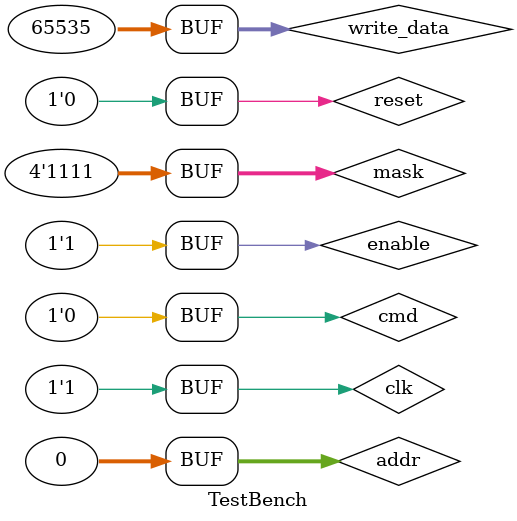
<source format=v>
`timescale 1 ns/1 ns
`define MEM_CMD_READ	1'b0
`define MEM_CMD_WRITE	1'b1

module TestBench();

	reg clk;
	reg reset;
	
	reg [31:0] addr;
	reg [3:0] mask;
	reg enable;

	reg cmd;
	reg [31:0] write_data;
	wire [31:0] load_data;
	wire valid;


	mem memory(clk,reset,addr,mask,enable,cmd,write_data,load_data,valid);

	always begin
        clk <= 0;
        #10;
        clk <= 1;
        #10;
    end

    initial begin
    	reset <= 1;
    	addr <= 0;
    	mask <= 4'b1111;
    	enable <= 0;
    	#50
    	reset <= 0;
    	#30
    	write_data <= 32'b00000000000000001111111111111111;
    	cmd = `MEM_CMD_WRITE;
    	#10
    	enable = 1;
    	#100
    	enable = 0;
    	#10
    	cmd = `MEM_CMD_READ;
    	#10
    	enable = 1;
    end

endmodule

</source>
